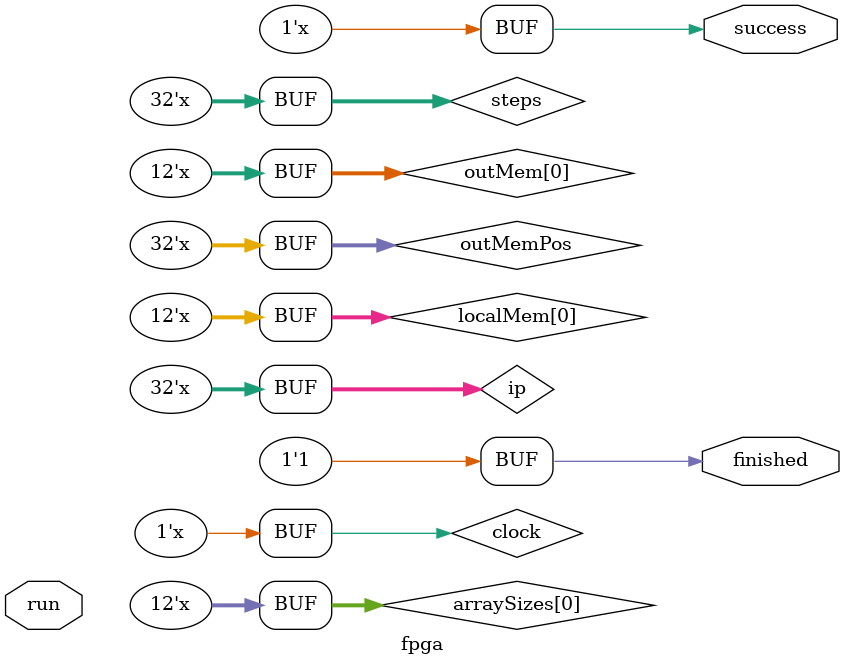
<source format=sv>
module fpga                                                                     // Run test programs
 (input  wire run,                                                              // Run - clock at lest once to allow code to be loaded
  output reg  finished,                                                         // Goes high when the program has finished
  output reg  success);                                                         // Goes high on finish if all the tests passed

  parameter integer MemoryElementWidth =  12;                                   // Memory element width

  parameter integer NArea   =        0;                                         // Size of each area on the heap
  parameter integer NArrays =        0;                                         // Maximum number of arrays
  parameter integer NHeap   =        0;                                         // Amount of heap memory
  parameter integer NLocal  =        1;                                         // Size of local memory
  parameter integer NOut    =        1;                                         // Size of output area
  parameter integer NIn     =        0;                                         // Size of input area
  reg [MemoryElementWidth-1:0]   arraySizes[NArrays-1:0];                       // Size of each array
  reg [MemoryElementWidth-1:0]      heapMem[NHeap-1  :0];                       // Heap memory
  reg [MemoryElementWidth-1:0]     localMem[NLocal-1 :0];                       // Local memory
  reg [MemoryElementWidth-1:0]       outMem[NOut-1   :0];                       // Out channel
  reg [MemoryElementWidth-1:0]        inMem[NIn-1    :0];                       // In channel
  reg [MemoryElementWidth-1:0]  freedArrays[NArrays-1:0];                       // Freed arrays list implemented as a stack
  reg [MemoryElementWidth-1:0]   arrayShift[NArea-1  :0];                       // Array shift area

  integer inMemPos;                                                             // Current position in input channel
  integer outMemPos;                                                            // Position in output channel
  integer allocs;                                                               // Maximum number of array allocations in use at any one time
  integer freedArraysTop;                                                       // Position in freed arrays stack

  integer ip;                                                                   // Instruction pointer
  reg     clock;                                                                // Clock - has to be one bit wide for yosys
  integer steps;                                                                // Number of steps executed so far
  integer i, j, k;                                                              // A useful counter

  task updateArrayLength(input integer arena, input integer array, input integer index); // Update array length if we are updating an array
    begin
      if (arena == 1 && arraySizes[array] < index + 1) arraySizes[array] = index + 1;
    end
  endtask

  always @(posedge run) begin                                                   // Initialize
    ip             = 0;
    clock          = 0;
    steps          = 0;
    finished       = 0;
    success        = 0;
    inMemPos       = 0;
    outMemPos      = 0;
    allocs         = 0;
    freedArraysTop = 0;
    if (0) begin                                                  // Clear memory
      for(i = 0; i < NHeap;   i = i + 1)    heapMem[i] = 0;
      for(i = 0; i < NLocal;  i = i + 1)   localMem[i] = 0;
      for(i = 0; i < NArrays; i = i + 1) arraySizes[i] = 0;
    end
  end

  always @(*) begin                                                         // Each instruction
    steps = steps + 1;
    case(ip)

          0 :
      begin                                                                     // add
if (0) begin
  $display("AAAA %4d %4d add", steps, ip);
end
              localMem[0] = 3 + 2;
              updateArrayLength(2, 0, 0);
              ip = 1;
      end

          1 :
      begin                                                                     // out
if (0) begin
  $display("AAAA %4d %4d out", steps, ip);
end
              outMem[outMemPos] = localMem[0];
              outMemPos = (outMemPos + 1) % NOut;
              ip = 2;
      end
      default: begin
        success  = 1;
        success  = success && outMem[0] == 5;
        finished = 1;
      end
    endcase
    if (steps <=      3) clock <= ~ clock;                                      // Must be non sequential to fire the next iteration
    if (0) begin
      for(i = 0; i < 200; i = i + 1) $write("%2d",   localMem[i]); $display("");
      for(i = 0; i < 200; i = i + 1) $write("%2d",    heapMem[i]); $display("");
      for(i = 0; i < 200; i = i + 1) $write("%2d", arraySizes[i]); $display("");
    end
  end
endmodule

</source>
